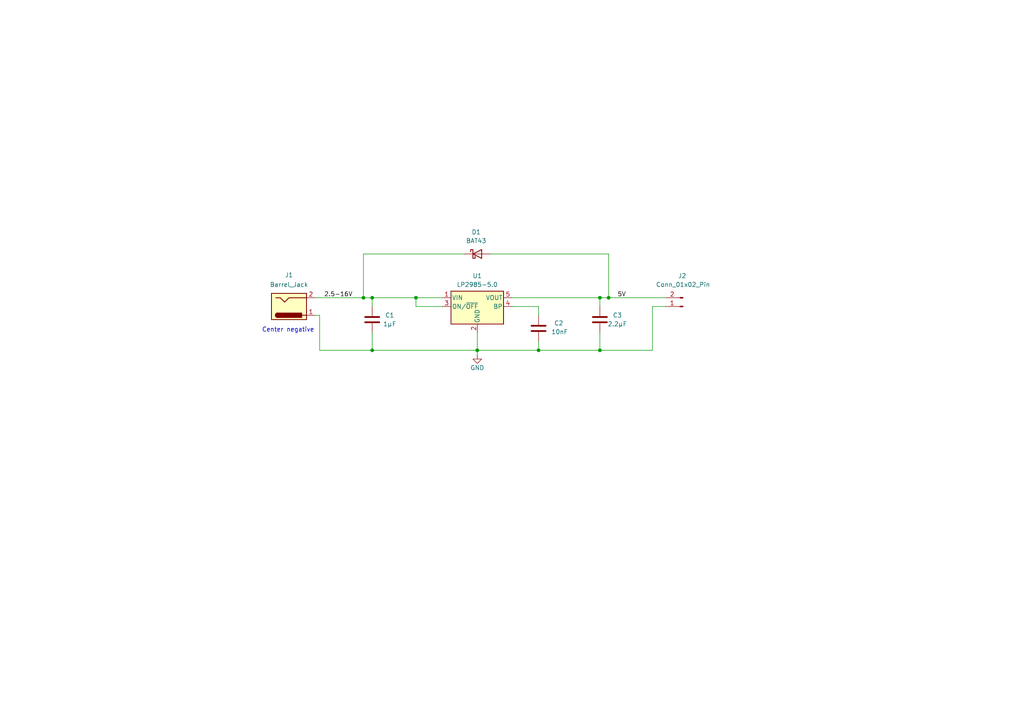
<source format=kicad_sch>
(kicad_sch (version 20231120) (generator "eeschema") (generator_version "8.0")
  (paper "A4")
  (lib_symbols
    (symbol "Connector:Barrel_Jack" (pin_names (offset 1.016))
      (property "Reference" "J" (at 0 5.334 0))
      (property "Value" "Barrel_Jack" (at 0 -5.08 0))
      (symbol "Barrel_Jack_0_1"
        (rectangle (start -5.08 3.81) (end 5.08 -3.81) (stroke (width 0.254)) (fill (type background)))
        (arc (start -3.302 3.175) (mid -3.9342 2.54) (end -3.302 1.905) (stroke (width 0.254)))
        (arc (start -3.302 3.175) (mid -3.9342 2.54) (end -3.302 1.905) (stroke (width 0.254)) (fill (type outline)))
        (polyline (pts (xy 5.08 2.54) (xy 3.81 2.54)) (stroke (width 0.254)))
        (polyline (pts (xy -3.81 -2.54) (xy -2.54 -2.54) (xy -1.27 -1.27) (xy 0 -2.54) (xy 2.54 -2.54) (xy 5.08 -2.54)) (stroke (width 0.254)))
        (rectangle (start 3.683 3.175) (end -3.302 1.905) (stroke (width 0.254)) (fill (type outline)))
      )
      (symbol "Barrel_Jack_1_1"
        (pin passive line (at 7.62 2.54 180) (length 2.54) (name "~") (number "1"))
        (pin passive line (at 7.62 -2.54 180) (length 2.54) (name "~") (number "2"))
      )
    )
    (symbol "Connector:Conn_01x02_Pin" (pin_names (offset 1.016) hide)
      (property "Reference" "J" (at 0 2.54 0))
      (property "Value" "Conn_01x02_Pin" (at 0 -5.08 0))
      (symbol "Conn_01x02_Pin_1_1"
        (polyline (pts (xy 1.27 -2.54) (xy 0.8636 -2.54)) (stroke (width 0.1524)))
        (polyline (pts (xy 1.27 0) (xy 0.8636 0)) (stroke (width 0.1524)))
        (rectangle (start 0.8636 -2.413) (end 0 -2.667) (stroke (width 0.1524)) (fill (type outline)))
        (rectangle (start 0.8636 0.127) (end 0 -0.127) (stroke (width 0.1524)) (fill (type outline)))
        (pin passive line (at 5.08 0 180) (length 3.81) (name "Pin_1") (number "1"))
        (pin passive line (at 5.08 -2.54 180) (length 3.81) (name "Pin_2") (number "2"))
      )
    )
    (symbol "Device:C" (pin_numbers hide) (pin_names (offset 0.254))
      (property "Reference" "C" (at 0.635 2.54 0))
      (property "Value" "C" (at 0.635 -2.54 0))
      (symbol "C_0_1"
        (polyline (pts (xy -2.032 -0.762) (xy 2.032 -0.762)) (stroke (width 0.508)))
        (polyline (pts (xy -2.032 0.762) (xy 2.032 0.762)) (stroke (width 0.508)))
      )
      (symbol "C_1_1"
        (pin passive line (at 0 3.81 270) (length 2.794) (name "~") (number "1"))
        (pin passive line (at 0 -3.81 90) (length 2.794) (name "~") (number "2"))
      )
    )
    (symbol "Diode:BAT43" (pin_numbers hide) (pin_names (offset 1.016) hide)
      (property "Reference" "D" (at 0 2.54 0))
      (property "Value" "BAT43" (at 0 -2.54 0))
      (symbol "BAT43_0_1"
        (polyline (pts (xy 1.27 0) (xy -1.27 0)))
        (polyline (pts (xy 1.27 1.27) (xy 1.27 -1.27) (xy -1.27 0) (xy 1.27 1.27)) (stroke (width 0.254)))
        (polyline (pts (xy -1.905 0.635) (xy -1.905 1.27) (xy -1.27 1.27) (xy -1.27 -1.27) (xy -0.635 -1.27) (xy -0.635 -0.635)) (stroke (width 0.254)))
      )
      (symbol "BAT43_1_1"
        (pin passive line (at -3.81 0 0) (length 2.54) (name "K") (number "1"))
        (pin passive line (at 3.81 0 180) (length 2.54) (name "A") (number "2"))
      )
    )
    (symbol "Regulator_Linear:LP2985-5.0" (pin_names (offset 0.254))
      (property "Reference" "U" (at -6.35 5.715 0))
      (property "Value" "LP2985-5.0" (at 0 5.715 0))
      (symbol "LP2985-5.0_0_1"
        (rectangle (start -7.62 -5.08) (end 7.62 4.445) (stroke (width 0.254)) (fill (type background)))
      )
      (symbol "LP2985-5.0_1_1"
        (pin power_in line (at -10.16 2.54 0) (length 2.54) (name "VIN") (number "1"))
        (pin power_in line (at 0 -7.62 90) (length 2.54) (name "GND") (number "2"))
        (pin input line (at -10.16 0 0) (length 2.54) (name "ON/~{OFF}") (number "3"))
        (pin input line (at 10.16 0 180) (length 2.54) (name "BP") (number "4"))
        (pin power_out line (at 10.16 2.54 180) (length 2.54) (name "VOUT") (number "5"))
      )
    )
    (symbol "power:GND" (power) (pin_names (offset 0))
      (property "Value" "GND" (at 0 -3.81 0))
      (symbol "GND_0_1"
        (polyline (pts (xy 0 0) (xy 0 -1.27) (xy 1.27 -1.27) (xy 0 -2.54) (xy -1.27 -1.27) (xy 0 -1.27)))
      )
      (symbol "GND_1_1"
        (pin power_in line (at 0 0 270) (length 0) hide (name "GND") (number "1"))
      )
    )
  )
  (junction (at 107.95 86.36))
  (junction (at 120.65 86.36))
  (junction (at 173.99 86.36))
  (junction (at 156.21 101.6))
  (junction (at 107.95 101.6))
  (junction (at 138.43 101.6))
  (junction (at 173.99 101.6))
  (junction (at 176.53 86.36))
  (junction (at 105.41 86.36))
  (wire (pts (xy 193.04 88.9) (xy 189.23 88.9)))
  (wire (pts (xy 107.95 86.36) (xy 120.65 86.36)))
  (wire (pts (xy 173.99 101.6) (xy 189.23 101.6)))
  (wire (pts (xy 91.44 86.36) (xy 105.41 86.36)))
  (wire (pts (xy 105.41 86.36) (xy 107.95 86.36)))
  (wire (pts (xy 134.62 73.66) (xy 105.41 73.66)))
  (wire (pts (xy 156.21 88.9) (xy 148.59 88.9)))
  (wire (pts (xy 156.21 101.6) (xy 173.99 101.6)))
  (wire (pts (xy 92.71 91.44) (xy 92.71 101.6)))
  (wire (pts (xy 107.95 101.6) (xy 138.43 101.6)))
  (wire (pts (xy 91.44 91.44) (xy 92.71 91.44)))
  (wire (pts (xy 142.24 73.66) (xy 176.53 73.66)))
  (wire (pts (xy 156.21 88.9) (xy 156.21 91.44)))
  (wire (pts (xy 173.99 86.36) (xy 176.53 86.36)))
  (wire (pts (xy 105.41 73.66) (xy 105.41 86.36)))
  (wire (pts (xy 173.99 96.52) (xy 173.99 101.6)))
  (wire (pts (xy 128.27 88.9) (xy 120.65 88.9)))
  (wire (pts (xy 138.43 101.6) (xy 156.21 101.6)))
  (wire (pts (xy 138.43 101.6) (xy 138.43 102.87)))
  (wire (pts (xy 176.53 86.36) (xy 193.04 86.36)))
  (wire (pts (xy 138.43 96.52) (xy 138.43 101.6)))
  (wire (pts (xy 92.71 101.6) (xy 107.95 101.6)))
  (wire (pts (xy 120.65 88.9) (xy 120.65 86.36)))
  (wire (pts (xy 156.21 99.06) (xy 156.21 101.6)))
  (wire (pts (xy 120.65 86.36) (xy 128.27 86.36)))
  (wire (pts (xy 107.95 96.52) (xy 107.95 101.6)))
  (wire (pts (xy 148.59 86.36) (xy 173.99 86.36)))
  (wire (pts (xy 176.53 73.66) (xy 176.53 86.36)))
  (wire (pts (xy 173.99 86.36) (xy 173.99 88.9)))
  (wire (pts (xy 107.95 86.36) (xy 107.95 88.9)))
  (wire (pts (xy 189.23 88.9) (xy 189.23 101.6)))
  (text "Center negative" (at 83.566 95.758 0) (effects (font (size 1.27 1.27))))
  (label "5V" (at 179.07 86.36 0))
  (label "2.5-16V" (at 93.98 86.36 0))
  (symbol (lib_id "Connector:Conn_01x02_Pin") (at 198.12 88.9 180) (unit 1)
    (property "Reference" "J2" (at 197.866 80.01 0))
    (property "Value" "Conn_01x02_Pin" (at 198.12 82.55 0))
    (property "Footprint" "Connector_PinSocket_2.54mm:PinSocket_1x02_P2.54mm_Horizontal" (effects (hide yes)))
    (property "Description" "Generic connector, single row, 01x02, script generated" (effects (hide yes)))
  )
  (symbol (lib_id "Connector:Barrel_Jack") (at 83.82 88.9 0) (mirror x) (unit 1)
    (property "Reference" "J1" (at 83.82 79.756 0))
    (property "Value" "Barrel_Jack" (at 83.82 82.55 0))
    (property "Footprint" "Connector_BarrelJack:BarrelJack_GCT_DCJ200-10-A_Horizontal" (effects (hide yes)))
  )
  (symbol (lib_id "Regulator_Linear:LP2985-5.0") (at 138.43 88.9 0) (unit 1)
    (property "Reference" "U1" (at 138.43 80.01 0))
    (property "Value" "LP2985-5.0" (at 138.43 82.55 0))
    (property "Footprint" "Package_TO_SOT_SMD:SOT-23-5" (effects (hide yes)))
    (property "Datasheet" "http://www.ti.com/lit/ds/symlink/lp2985.pdf" (effects (hide yes)))
    (property "Description" "150mA 16V Low-noise Low-dropout Regulator With Shutdown, 5.0V output voltage, SOT-23-5" (effects (hide yes)))
  )
  (symbol (lib_id "Device:C") (at 173.99 92.71 0) (unit 1)
    (property "Reference" "C3" (at 179.07 91.44 0))
    (property "Value" "2.2μF" (at 179.07 93.98 0))
    (property "Footprint" "Capacitor_THT:C_Disc_D5.0mm_W2.5mm_P5.00mm" (effects (hide yes)))
  )
  (symbol (lib_id "Device:C") (at 107.95 92.71 0) (unit 1)
    (property "Reference" "C1" (at 113.03 91.44 0))
    (property "Value" "1μF" (at 113.03 93.98 0))
    (property "Footprint" "Capacitor_THT:C_Disc_D5.0mm_W2.5mm_P5.00mm" (effects (hide yes)))
  )
  (symbol (lib_id "power:GND") (at 138.43 102.87 0) (unit 1)
    (property "Reference" "#PWR01" (effects (hide yes)))
    (property "Value" "GND" (at 138.43 106.68 0))
  )
  (symbol (lib_id "Diode:BAT43") (at 138.43 73.66 0) (unit 1)
    (property "Reference" "D1" (at 138.1125 67.31 0))
    (property "Value" "BAT43" (at 138.1125 69.85 0))
    (property "Footprint" "Diode_THT:D_DO-35_SOD27_P7.62mm_Horizontal" (effects (hide yes)))
    (property "Datasheet" "http://www.vishay.com/docs/85660/bat42.pdf" (effects (hide yes)))
    (property "Description" "30V 0.2A Small Signal Schottky Diode, DO-35" (effects (hide yes)))
  )
  (symbol (lib_id "Device:C") (at 156.21 95.25 180) (unit 1)
    (property "Reference" "C2" (at 162.052 93.726 0))
    (property "Value" "10nF" (at 162.306 96.266 0))
    (property "Footprint" "Capacitor_THT:C_Disc_D5.0mm_W2.5mm_P2.50mm" (effects (hide yes)))
  )
)
</source>
